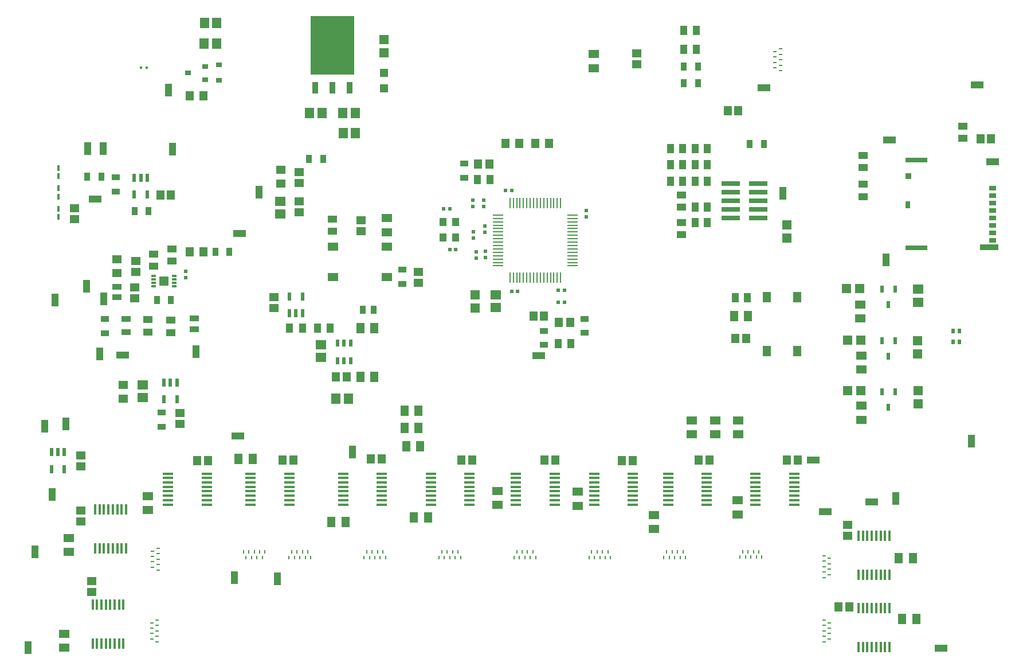
<source format=gbr>
%TF.GenerationSoftware,Altium Limited,Altium Designer,20.2.5 (213)*%
G04 Layer_Color=8421504*
%FSLAX26Y26*%
%MOIN*%
%TF.SameCoordinates,271AC680-9A3E-4A00-A3D7-6C105C8C782D*%
%TF.FilePolarity,Positive*%
%TF.FileFunction,Paste,Top*%
%TF.Part,Single*%
G01*
G75*
%TA.AperFunction,SMDPad,CuDef*%
%ADD11R,0.049213X0.061024*%
%ADD12R,0.061024X0.049213*%
%ADD13R,0.076772X0.043307*%
%ADD14R,0.043307X0.076772*%
%ADD15R,0.059379X0.055344*%
%ADD16R,0.051181X0.035433*%
%ADD17R,0.023622X0.023622*%
%ADD18R,0.045276X0.057087*%
%ADD19R,0.039370X0.053150*%
%ADD20R,0.053150X0.039370*%
%ADD21R,0.051364X0.057331*%
G04:AMPARAMS|DCode=22|XSize=61.811mil|YSize=16.142mil|CornerRadius=2.018mil|HoleSize=0mil|Usage=FLASHONLY|Rotation=0.000|XOffset=0mil|YOffset=0mil|HoleType=Round|Shape=RoundedRectangle|*
%AMROUNDEDRECTD22*
21,1,0.061811,0.012106,0,0,0.0*
21,1,0.057776,0.016142,0,0,0.0*
1,1,0.004035,0.028888,-0.006053*
1,1,0.004035,-0.028888,-0.006053*
1,1,0.004035,-0.028888,0.006053*
1,1,0.004035,0.028888,0.006053*
%
%ADD22ROUNDEDRECTD22*%
%ADD23R,0.055344X0.059379*%
%ADD24R,0.057269X0.061268*%
%ADD25R,0.012795X0.015748*%
%ADD26R,0.032677X0.029528*%
%ADD27R,0.047244X0.057087*%
%ADD28R,0.057331X0.051364*%
%ADD29R,0.011811X0.035433*%
%ADD30R,0.023622X0.045276*%
%ADD31R,0.035433X0.051181*%
G04:AMPARAMS|DCode=32|XSize=61.811mil|YSize=16.142mil|CornerRadius=2.018mil|HoleSize=0mil|Usage=FLASHONLY|Rotation=90.000|XOffset=0mil|YOffset=0mil|HoleType=Round|Shape=RoundedRectangle|*
%AMROUNDEDRECTD32*
21,1,0.061811,0.012106,0,0,90.0*
21,1,0.057776,0.016142,0,0,90.0*
1,1,0.004035,0.006053,0.028888*
1,1,0.004035,0.006053,-0.028888*
1,1,0.004035,-0.006053,-0.028888*
1,1,0.004035,-0.006053,0.028888*
%
%ADD32ROUNDEDRECTD32*%
%ADD33R,0.019685X0.009842*%
%ADD34R,0.023622X0.023622*%
%ADD35R,0.009842X0.019685*%
%ADD36R,0.051181X0.061024*%
%ADD37R,0.043307X0.051181*%
%ADD38R,0.035672X0.051567*%
%ADD39R,0.021654X0.041339*%
%ADD40R,0.061268X0.057269*%
%ADD41R,0.041339X0.055118*%
%ADD42R,0.057564X0.053332*%
%ADD43R,0.061024X0.051181*%
%ADD44R,0.053543X0.057480*%
%ADD45R,0.029528X0.011811*%
%ADD46R,0.057087X0.047244*%
%ADD47R,0.053150X0.037402*%
%ADD48R,0.055118X0.041339*%
%ADD49R,0.057087X0.037402*%
%ADD50R,0.036614X0.035433*%
%ADD51R,0.030709X0.041339*%
%ADD52R,0.072047X0.044882*%
%ADD53R,0.129921X0.027559*%
%ADD54R,0.110236X0.033858*%
%ADD55R,0.043307X0.027559*%
%ADD56R,0.109055X0.025591*%
%ADD57R,0.061024X0.053150*%
%ADD58R,0.021654X0.031496*%
%ADD59R,0.053332X0.057564*%
%ADD60R,0.022000X0.040000*%
%ADD61O,0.009842X0.061024*%
%ADD62O,0.061024X0.009842*%
%ADD63R,0.033000X0.069000*%
%ADD64R,0.258000X0.344000*%
%ADD65R,0.035433X0.031496*%
%ADD66R,0.051181X0.045276*%
D11*
X2515354Y2200000D02*
D03*
X2434646D02*
D03*
X6355354Y1625000D02*
D03*
X6274646D02*
D03*
X5398306Y3031230D02*
D03*
X5317598D02*
D03*
X3224540Y2961210D02*
D03*
X3143830D02*
D03*
X3142412Y2676210D02*
D03*
X3223122D02*
D03*
X3535354Y1860000D02*
D03*
X3454646D02*
D03*
X2974646Y1835000D02*
D03*
X3055354D02*
D03*
X6375000Y1270000D02*
D03*
X6294292D02*
D03*
X3480354Y2480000D02*
D03*
X3399646D02*
D03*
X3480354Y2380000D02*
D03*
X3399646D02*
D03*
X3490354Y2275000D02*
D03*
X3409646D02*
D03*
D12*
X6050000Y3096456D02*
D03*
Y3015748D02*
D03*
X4850000Y1794646D02*
D03*
Y1875354D02*
D03*
X1420000Y1185354D02*
D03*
Y1104646D02*
D03*
X6055000Y2800354D02*
D03*
Y2719646D02*
D03*
Y2508938D02*
D03*
Y2428228D02*
D03*
X1445000Y1740354D02*
D03*
Y1659646D02*
D03*
X1905000Y1983938D02*
D03*
Y1903228D02*
D03*
X5335000Y1958938D02*
D03*
Y1878228D02*
D03*
X3940000Y2013938D02*
D03*
Y1933228D02*
D03*
X5340000Y2425000D02*
D03*
Y2344292D02*
D03*
X5205000Y2425000D02*
D03*
Y2344292D02*
D03*
X5070000Y2425000D02*
D03*
Y2344292D02*
D03*
X4405000Y2008938D02*
D03*
Y1928228D02*
D03*
X3295000Y3518228D02*
D03*
Y3598938D02*
D03*
X4500000Y4552240D02*
D03*
Y4471530D02*
D03*
D13*
X4180000Y2800000D02*
D03*
X5490656Y4358793D02*
D03*
X1600000Y3710000D02*
D03*
X2440000Y3510000D02*
D03*
X5775000Y2195000D02*
D03*
X6115000Y1950000D02*
D03*
X6520000Y1100000D02*
D03*
X1760000Y2805000D02*
D03*
X2430000Y2335000D02*
D03*
X5845000Y1895000D02*
D03*
X6730000Y4375000D02*
D03*
X6220000Y4055000D02*
D03*
D14*
X1550000Y3205000D02*
D03*
X1555000Y4005000D02*
D03*
X1645000D02*
D03*
X2050001Y3999999D02*
D03*
X1365000Y3125000D02*
D03*
X1625000Y2810000D02*
D03*
X1650000Y3130000D02*
D03*
X1430000Y2405000D02*
D03*
X1305000Y2390000D02*
D03*
X6255000Y1970000D02*
D03*
X6695000Y2305000D02*
D03*
X2410000Y1510000D02*
D03*
X2185001Y2824999D02*
D03*
X1350001Y1994999D02*
D03*
X1250001Y1659999D02*
D03*
X1210000Y1105000D02*
D03*
X3096165Y2239345D02*
D03*
X2553706Y3751534D02*
D03*
X2660001Y1504999D02*
D03*
X6199868Y3356380D02*
D03*
X5600000Y3745000D02*
D03*
X2025000Y4345000D02*
D03*
D15*
X2676886Y3623534D02*
D03*
Y3696466D02*
D03*
X2912768Y2862676D02*
D03*
Y2789744D02*
D03*
D16*
X3385000Y3301338D02*
D03*
Y3218662D02*
D03*
X4210000Y2862322D02*
D03*
Y2945000D02*
D03*
X4445000Y2932322D02*
D03*
Y3015000D02*
D03*
X1988000Y2471338D02*
D03*
Y2388662D02*
D03*
X1655000Y2931614D02*
D03*
Y3014292D02*
D03*
X3745000Y3833662D02*
D03*
Y3916338D02*
D03*
X1720000Y3753662D02*
D03*
Y3836338D02*
D03*
D17*
X3662198Y3417500D02*
D03*
X3697802D02*
D03*
X3987198Y3760000D02*
D03*
X4022802D02*
D03*
X3627198Y3652500D02*
D03*
X3662802D02*
D03*
X4294396Y3110000D02*
D03*
X4330000D02*
D03*
X4294396Y3180000D02*
D03*
X4330000D02*
D03*
X4057802Y3175000D02*
D03*
X4022198D02*
D03*
D18*
X3894448Y3915000D02*
D03*
X3825552D02*
D03*
X4364448Y2995000D02*
D03*
X4295552D02*
D03*
D19*
X3895434Y3825000D02*
D03*
X3824568D02*
D03*
X5159458Y3573958D02*
D03*
X5088592D02*
D03*
Y3663958D02*
D03*
X5159458D02*
D03*
X5095000Y4690000D02*
D03*
X5024134D02*
D03*
X5393386Y3136230D02*
D03*
X5322520D02*
D03*
X5159458Y4003958D02*
D03*
X5088592D02*
D03*
X5159458Y3908958D02*
D03*
X5088592D02*
D03*
X5159458Y3813958D02*
D03*
X5088592D02*
D03*
X5017332D02*
D03*
X4946466D02*
D03*
Y3908958D02*
D03*
X5017332D02*
D03*
X5095000Y4580000D02*
D03*
X5024134D02*
D03*
X2965434Y2960000D02*
D03*
X2894566D02*
D03*
X4365434Y2870000D02*
D03*
X4294566D02*
D03*
X4946466Y4003958D02*
D03*
X5017332D02*
D03*
D20*
X5009458Y3574390D02*
D03*
Y3503524D02*
D03*
X6065000Y3725000D02*
D03*
Y3795866D02*
D03*
X5009458Y3663524D02*
D03*
Y3734390D02*
D03*
X1940000Y3320000D02*
D03*
Y3390866D02*
D03*
X2045000Y3349566D02*
D03*
Y3420434D02*
D03*
X1905000Y3009370D02*
D03*
Y2938504D02*
D03*
X6645000Y4135432D02*
D03*
Y4064566D02*
D03*
X6065000Y3894566D02*
D03*
Y3965434D02*
D03*
X2980000Y3524566D02*
D03*
Y3595434D02*
D03*
D21*
X5278474Y4225000D02*
D03*
X5341526D02*
D03*
X5386526Y2900000D02*
D03*
X5323474D02*
D03*
X6811526Y4060000D02*
D03*
X6748474D02*
D03*
X3001240Y2676210D02*
D03*
X3064294D02*
D03*
X5987118Y1340000D02*
D03*
X5924064D02*
D03*
X4211526Y3030000D02*
D03*
X4148474D02*
D03*
X2193000Y2190000D02*
D03*
X2256054D02*
D03*
X5623474Y2195000D02*
D03*
X5686526D02*
D03*
X2690794D02*
D03*
X2753848D02*
D03*
X3203474Y2200000D02*
D03*
X3266526D02*
D03*
X4213474Y2195000D02*
D03*
X4276526D02*
D03*
X3729060D02*
D03*
X3792114D02*
D03*
X4663474Y2190000D02*
D03*
X4726526D02*
D03*
X5108946Y2195000D02*
D03*
X5172000D02*
D03*
X1978474Y3735000D02*
D03*
X2041526D02*
D03*
D22*
X4047008Y2114566D02*
D03*
Y2088976D02*
D03*
Y2063386D02*
D03*
Y2037796D02*
D03*
Y2012204D02*
D03*
Y1986614D02*
D03*
Y1961024D02*
D03*
Y1935434D02*
D03*
X4272992D02*
D03*
Y1961024D02*
D03*
Y1986614D02*
D03*
Y2012204D02*
D03*
Y2037796D02*
D03*
Y2063386D02*
D03*
Y2088976D02*
D03*
Y2114566D02*
D03*
X2250000D02*
D03*
Y2088976D02*
D03*
Y2063386D02*
D03*
Y2037796D02*
D03*
Y2012204D02*
D03*
Y1986614D02*
D03*
Y1961024D02*
D03*
Y1935434D02*
D03*
X2024016D02*
D03*
Y1961024D02*
D03*
Y1986614D02*
D03*
Y2012204D02*
D03*
Y2037796D02*
D03*
Y2063386D02*
D03*
Y2088976D02*
D03*
Y2114566D02*
D03*
X3042008D02*
D03*
Y2088976D02*
D03*
Y2063386D02*
D03*
Y2037796D02*
D03*
Y2012204D02*
D03*
Y1986614D02*
D03*
Y1961024D02*
D03*
Y1935434D02*
D03*
X3267992D02*
D03*
Y1961024D02*
D03*
Y1986614D02*
D03*
Y2012204D02*
D03*
Y2037796D02*
D03*
Y2063386D02*
D03*
Y2088976D02*
D03*
Y2114566D02*
D03*
X2730786D02*
D03*
Y2088976D02*
D03*
Y2063386D02*
D03*
Y2037796D02*
D03*
Y2012204D02*
D03*
Y1986614D02*
D03*
Y1961024D02*
D03*
Y1935434D02*
D03*
X2504800D02*
D03*
Y1961024D02*
D03*
Y1986614D02*
D03*
Y2012204D02*
D03*
Y2037796D02*
D03*
Y2063386D02*
D03*
Y2088976D02*
D03*
Y2114566D02*
D03*
X5665984D02*
D03*
Y2088976D02*
D03*
Y2063386D02*
D03*
Y2037796D02*
D03*
Y2012204D02*
D03*
Y1986614D02*
D03*
Y1961024D02*
D03*
Y1935434D02*
D03*
X5440000D02*
D03*
Y1961024D02*
D03*
Y1986614D02*
D03*
Y2012204D02*
D03*
Y2037796D02*
D03*
Y2063386D02*
D03*
Y2088976D02*
D03*
Y2114566D02*
D03*
X4932008D02*
D03*
Y2088976D02*
D03*
Y2063386D02*
D03*
Y2037796D02*
D03*
Y2012204D02*
D03*
Y1986614D02*
D03*
Y1961024D02*
D03*
Y1935434D02*
D03*
X5157992D02*
D03*
Y1961024D02*
D03*
Y1986614D02*
D03*
Y2012204D02*
D03*
Y2037796D02*
D03*
Y2063386D02*
D03*
Y2088976D02*
D03*
Y2114566D02*
D03*
X4502008D02*
D03*
Y2088976D02*
D03*
Y2063386D02*
D03*
Y2037796D02*
D03*
Y2012204D02*
D03*
Y1986614D02*
D03*
Y1961024D02*
D03*
Y1935434D02*
D03*
X4727992D02*
D03*
Y1961024D02*
D03*
Y1986614D02*
D03*
Y2012204D02*
D03*
Y2037796D02*
D03*
Y2063386D02*
D03*
Y2088976D02*
D03*
Y2114566D02*
D03*
X3552008D02*
D03*
Y2088976D02*
D03*
Y2063386D02*
D03*
Y2037796D02*
D03*
Y2012204D02*
D03*
Y1986614D02*
D03*
Y1961024D02*
D03*
Y1935434D02*
D03*
X3777992D02*
D03*
Y1961024D02*
D03*
Y1986614D02*
D03*
Y2012204D02*
D03*
Y2037796D02*
D03*
Y2063386D02*
D03*
Y2088976D02*
D03*
Y2114566D02*
D03*
D23*
X3114784Y4094124D02*
D03*
X3041850D02*
D03*
X3112184Y4209124D02*
D03*
X3039252D02*
D03*
X2306466Y4615000D02*
D03*
X2233534D02*
D03*
X2307932Y4735000D02*
D03*
X2235000D02*
D03*
D24*
X2845718Y4209124D02*
D03*
X2918614D02*
D03*
X3073704Y2550000D02*
D03*
X3000808D02*
D03*
D25*
X1900000Y4475000D02*
D03*
X1865552D02*
D03*
D26*
X2320000Y4488898D02*
D03*
Y4401102D02*
D03*
D27*
X2150630Y4310000D02*
D03*
X2229370D02*
D03*
X2230000Y3405000D02*
D03*
X2151260D02*
D03*
X3986260Y4035000D02*
D03*
X4065000D02*
D03*
X4240000D02*
D03*
X4161260D02*
D03*
D28*
X1480000Y3593474D02*
D03*
Y3656526D02*
D03*
X1580000Y1428000D02*
D03*
Y1491054D02*
D03*
X3480000Y3223474D02*
D03*
Y3286526D02*
D03*
X2640000Y3141526D02*
D03*
Y3078474D02*
D03*
X1830000Y3196526D02*
D03*
Y3133474D02*
D03*
X2093000Y2403000D02*
D03*
Y2466054D02*
D03*
X1835000Y3288474D02*
D03*
Y3351526D02*
D03*
X1518000Y2221526D02*
D03*
Y2158474D02*
D03*
X1515000Y1838474D02*
D03*
Y1901526D02*
D03*
X5975000Y1816526D02*
D03*
Y1753474D02*
D03*
X2785000Y3633474D02*
D03*
Y3696526D02*
D03*
Y3866526D02*
D03*
Y3803474D02*
D03*
X4750000Y4558054D02*
D03*
Y4495000D02*
D03*
X3145000Y3586526D02*
D03*
Y3523474D02*
D03*
D29*
X1385000Y3606378D02*
D03*
Y3653622D02*
D03*
Y3772244D02*
D03*
Y3725000D02*
D03*
Y3842756D02*
D03*
Y3890000D02*
D03*
D30*
X1902402Y3834212D02*
D03*
X1865000D02*
D03*
X1827598D02*
D03*
Y3735788D02*
D03*
X1902402D02*
D03*
X2730366Y3145424D02*
D03*
X2805168D02*
D03*
Y3046998D02*
D03*
X2767768D02*
D03*
X2730366D02*
D03*
X2075402Y2545788D02*
D03*
X2000598D02*
D03*
Y2644212D02*
D03*
X2038000D02*
D03*
X2075402D02*
D03*
X1420402Y2140788D02*
D03*
X1345598D02*
D03*
Y2239212D02*
D03*
X1383000D02*
D03*
X1420402D02*
D03*
D31*
X1911338Y3640000D02*
D03*
X1828662D02*
D03*
X5106338Y4480000D02*
D03*
X5023662D02*
D03*
X5106338Y4385000D02*
D03*
X5023662D02*
D03*
X2381338Y3405000D02*
D03*
X2298662D02*
D03*
X1958662Y3125000D02*
D03*
X2041338D02*
D03*
X5407322Y4030000D02*
D03*
X5490000D02*
D03*
X2843662Y3945000D02*
D03*
X2926338D02*
D03*
X1636338Y3840000D02*
D03*
X1553662D02*
D03*
D32*
X1585434Y1352992D02*
D03*
X1611024D02*
D03*
X1636614D02*
D03*
X1662204D02*
D03*
X1687796D02*
D03*
X1713386D02*
D03*
X1738976D02*
D03*
X1764566D02*
D03*
Y1127008D02*
D03*
X1738976D02*
D03*
X1713386D02*
D03*
X1687796D02*
D03*
X1662204D02*
D03*
X1636614D02*
D03*
X1611024D02*
D03*
X1585434D02*
D03*
X6040434Y1752992D02*
D03*
X6066024D02*
D03*
X6091614D02*
D03*
X6117204D02*
D03*
X6142796D02*
D03*
X6168386D02*
D03*
X6193976D02*
D03*
X6219566D02*
D03*
Y1527008D02*
D03*
X6193976D02*
D03*
X6168386D02*
D03*
X6142796D02*
D03*
X6117204D02*
D03*
X6091614D02*
D03*
X6066024D02*
D03*
X6040434D02*
D03*
Y1332992D02*
D03*
X6066024D02*
D03*
X6091614D02*
D03*
X6117204D02*
D03*
X6142796D02*
D03*
X6168386D02*
D03*
X6193976D02*
D03*
X6219566D02*
D03*
Y1107008D02*
D03*
X6193976D02*
D03*
X6168386D02*
D03*
X6142796D02*
D03*
X6117204D02*
D03*
X6091614D02*
D03*
X6066024D02*
D03*
X6040434D02*
D03*
X1600434Y1682008D02*
D03*
X1626024D02*
D03*
X1651614D02*
D03*
X1677204D02*
D03*
X1702796D02*
D03*
X1728386D02*
D03*
X1753976D02*
D03*
X1779566D02*
D03*
Y1907992D02*
D03*
X1753976D02*
D03*
X1728386D02*
D03*
X1702796D02*
D03*
X1677204D02*
D03*
X1651614D02*
D03*
X1626024D02*
D03*
X1600434D02*
D03*
D33*
X5870000Y1248740D02*
D03*
Y1217244D02*
D03*
Y1185748D02*
D03*
Y1154252D02*
D03*
X5838504Y1138504D02*
D03*
Y1170000D02*
D03*
Y1201496D02*
D03*
Y1232992D02*
D03*
Y1264488D02*
D03*
Y1637992D02*
D03*
Y1606496D02*
D03*
Y1575000D02*
D03*
Y1543504D02*
D03*
Y1512008D02*
D03*
X5870000Y1527756D02*
D03*
Y1559252D02*
D03*
Y1590748D02*
D03*
Y1622244D02*
D03*
X1961496Y1138504D02*
D03*
Y1170000D02*
D03*
Y1201496D02*
D03*
Y1232992D02*
D03*
Y1264488D02*
D03*
X1930000Y1248740D02*
D03*
Y1217244D02*
D03*
Y1185748D02*
D03*
Y1154252D02*
D03*
X1965000Y1555000D02*
D03*
Y1586496D02*
D03*
Y1617992D02*
D03*
Y1649488D02*
D03*
Y1680984D02*
D03*
X1933504Y1665236D02*
D03*
Y1633740D02*
D03*
Y1602244D02*
D03*
Y1570748D02*
D03*
X5585000Y4457008D02*
D03*
Y4488504D02*
D03*
Y4520000D02*
D03*
Y4551496D02*
D03*
Y4582992D02*
D03*
X5553504Y4567244D02*
D03*
Y4535748D02*
D03*
Y4504252D02*
D03*
Y4472756D02*
D03*
D34*
X4455000Y3607198D02*
D03*
Y3642802D02*
D03*
X3815000Y3367198D02*
D03*
Y3402800D02*
D03*
X3865000Y3517198D02*
D03*
Y3552802D02*
D03*
X3800000Y3520302D02*
D03*
Y3484698D02*
D03*
X3870000Y3370000D02*
D03*
Y3405602D02*
D03*
X2125000Y3254398D02*
D03*
Y3290000D02*
D03*
X3795000Y3667198D02*
D03*
Y3702802D02*
D03*
X3860000Y3667198D02*
D03*
Y3702802D02*
D03*
D35*
X3615632Y1659588D02*
D03*
X3647128D02*
D03*
X3678624D02*
D03*
X3710120D02*
D03*
X3725868Y1628092D02*
D03*
X3694372D02*
D03*
X3662876D02*
D03*
X3631380D02*
D03*
X3599884D02*
D03*
X4908190D02*
D03*
X4939686D02*
D03*
X4971184D02*
D03*
X5002680D02*
D03*
X5034176D02*
D03*
X5018428Y1659588D02*
D03*
X4986932D02*
D03*
X4955436D02*
D03*
X4923938D02*
D03*
X4472088Y1628092D02*
D03*
X4503584D02*
D03*
X4535080D02*
D03*
X4566576D02*
D03*
X4598072D02*
D03*
X4582324Y1659588D02*
D03*
X4550828D02*
D03*
X4519332D02*
D03*
X4487836D02*
D03*
X4035986Y1628092D02*
D03*
X4067482D02*
D03*
X4098978D02*
D03*
X4130474D02*
D03*
X4161970D02*
D03*
X4146222Y1659588D02*
D03*
X4114726D02*
D03*
X4083230D02*
D03*
X4051734D02*
D03*
X3163782Y1628092D02*
D03*
X3195278D02*
D03*
X3226774D02*
D03*
X3258270D02*
D03*
X3289766D02*
D03*
X3274018Y1659588D02*
D03*
X3242522D02*
D03*
X3211026D02*
D03*
X3179530D02*
D03*
X2727680Y1628092D02*
D03*
X2759176D02*
D03*
X2790672D02*
D03*
X2822168D02*
D03*
X2853664D02*
D03*
X2837916Y1659588D02*
D03*
X2806420D02*
D03*
X2774924D02*
D03*
X2743428D02*
D03*
X5366260Y1661496D02*
D03*
X5397756D02*
D03*
X5429252D02*
D03*
X5460748D02*
D03*
X5476496Y1630000D02*
D03*
X5445000D02*
D03*
X5413504D02*
D03*
X5382008D02*
D03*
X5350512D02*
D03*
X2587992Y1660000D02*
D03*
X2556496D02*
D03*
X2525000D02*
D03*
X2493504D02*
D03*
X2462008D02*
D03*
X2477756Y1628504D02*
D03*
X2509252D02*
D03*
X2540748D02*
D03*
X2572244D02*
D03*
D36*
X5506418Y2828504D02*
D03*
Y3141496D02*
D03*
X5683582Y2828504D02*
D03*
Y3141496D02*
D03*
D37*
X3695434Y3487224D02*
D03*
Y3577776D02*
D03*
X3624566D02*
D03*
Y3487224D02*
D03*
D38*
X3218322Y3066210D02*
D03*
X3157212D02*
D03*
D39*
X3010366Y2872392D02*
D03*
X3047768D02*
D03*
X3085168D02*
D03*
Y2770030D02*
D03*
X3047768D02*
D03*
X3010366D02*
D03*
D40*
X3930000Y3082104D02*
D03*
Y3155000D02*
D03*
X1878000Y2557104D02*
D03*
Y2630000D02*
D03*
D41*
X2730366Y2961210D02*
D03*
X2805168D02*
D03*
D42*
X3810000Y3076584D02*
D03*
Y3153416D02*
D03*
X5624458Y3482572D02*
D03*
Y3559404D02*
D03*
X6384706Y2811102D02*
D03*
Y2887936D02*
D03*
X6385000Y2521584D02*
D03*
Y2598416D02*
D03*
X3280000Y4638416D02*
D03*
Y4561584D02*
D03*
D43*
X3296496Y3256418D02*
D03*
X2983504D02*
D03*
X3296496Y3433582D02*
D03*
X2983504D02*
D03*
D44*
X2000000Y3235000D02*
D03*
D45*
X1940944Y3264528D02*
D03*
Y3244842D02*
D03*
Y3225158D02*
D03*
Y3205472D02*
D03*
X2059056D02*
D03*
Y3225158D02*
D03*
Y3244842D02*
D03*
Y3264528D02*
D03*
D46*
X1763000Y2550630D02*
D03*
Y2629370D02*
D03*
X1725000Y3280630D02*
D03*
Y3359370D02*
D03*
X2680000Y3800630D02*
D03*
Y3879370D02*
D03*
D47*
X2175000Y3016260D02*
D03*
Y2955236D02*
D03*
X1725000Y3138976D02*
D03*
Y3200000D02*
D03*
D48*
X2040000Y2932598D02*
D03*
Y3007402D02*
D03*
D49*
X1780000Y2936536D02*
D03*
Y3013308D02*
D03*
D50*
X6329252Y3845314D02*
D03*
D51*
X6326300Y3677402D02*
D03*
D52*
X6819410Y3927598D02*
D03*
D53*
X6375906Y3936260D02*
D03*
Y3426024D02*
D03*
D54*
X6800316Y3429174D02*
D03*
D55*
X6820000Y3774842D02*
D03*
Y3731536D02*
D03*
Y3688228D02*
D03*
Y3644922D02*
D03*
Y3601614D02*
D03*
Y3558308D02*
D03*
Y3515000D02*
D03*
Y3471692D02*
D03*
D56*
X5455000Y3600000D02*
D03*
Y3650000D02*
D03*
Y3700000D02*
D03*
Y3750000D02*
D03*
Y3800000D02*
D03*
X5296338Y3600000D02*
D03*
Y3650000D02*
D03*
Y3700000D02*
D03*
Y3750000D02*
D03*
Y3800000D02*
D03*
D57*
X6385000Y3188386D02*
D03*
Y3111614D02*
D03*
D58*
X6589568Y2942992D02*
D03*
Y2880000D02*
D03*
X6625000D02*
D03*
Y2942992D02*
D03*
D59*
X5971290Y3191102D02*
D03*
X6048124D02*
D03*
X5976290Y2891102D02*
D03*
X6053124D02*
D03*
X5976290Y2596102D02*
D03*
X6053124D02*
D03*
D60*
X6252108Y3186102D02*
D03*
X6177306D02*
D03*
X6214706Y3096102D02*
D03*
X6252108Y2591102D02*
D03*
X6177306D02*
D03*
X6214706Y2501102D02*
D03*
X6252108Y2888602D02*
D03*
X6177306D02*
D03*
X6214706Y2798602D02*
D03*
D61*
X4012362Y3687520D02*
D03*
X4032048D02*
D03*
X4051732D02*
D03*
X4071418D02*
D03*
X4091102D02*
D03*
X4110788D02*
D03*
X4130472D02*
D03*
X4150158D02*
D03*
X4169842D02*
D03*
X4189528D02*
D03*
X4209212D02*
D03*
X4228898D02*
D03*
X4248582D02*
D03*
X4268268D02*
D03*
X4287952D02*
D03*
X4307638D02*
D03*
Y3252480D02*
D03*
X4287952D02*
D03*
X4268268D02*
D03*
X4248582D02*
D03*
X4228898D02*
D03*
X4209212D02*
D03*
X4189528D02*
D03*
X4169842D02*
D03*
X4150158D02*
D03*
X4130472D02*
D03*
X4110788D02*
D03*
X4091102D02*
D03*
X4071418D02*
D03*
X4051732D02*
D03*
X4032048D02*
D03*
X4012362D02*
D03*
D62*
X4377520Y3617638D02*
D03*
Y3597952D02*
D03*
Y3578268D02*
D03*
Y3558582D02*
D03*
Y3538898D02*
D03*
Y3519212D02*
D03*
Y3499528D02*
D03*
Y3479842D02*
D03*
Y3460158D02*
D03*
Y3440472D02*
D03*
Y3420788D02*
D03*
Y3401102D02*
D03*
Y3381418D02*
D03*
Y3361732D02*
D03*
Y3342048D02*
D03*
Y3322362D02*
D03*
X3942480D02*
D03*
Y3342048D02*
D03*
Y3361732D02*
D03*
Y3381418D02*
D03*
Y3401102D02*
D03*
Y3420788D02*
D03*
Y3440472D02*
D03*
Y3460158D02*
D03*
Y3479842D02*
D03*
Y3499528D02*
D03*
Y3519212D02*
D03*
Y3538898D02*
D03*
Y3558582D02*
D03*
Y3578268D02*
D03*
Y3597952D02*
D03*
Y3617638D02*
D03*
D63*
X2880718Y4355624D02*
D03*
X2980718D02*
D03*
X3080718D02*
D03*
D64*
X2980718Y4604124D02*
D03*
D65*
X2141574Y4442598D02*
D03*
X2240000Y4480000D02*
D03*
Y4405196D02*
D03*
D66*
X3280718Y4443416D02*
D03*
Y4354834D02*
D03*
%TF.MD5,67fd56e0d5e4eb062b3884a3f25cf9bb*%
M02*

</source>
